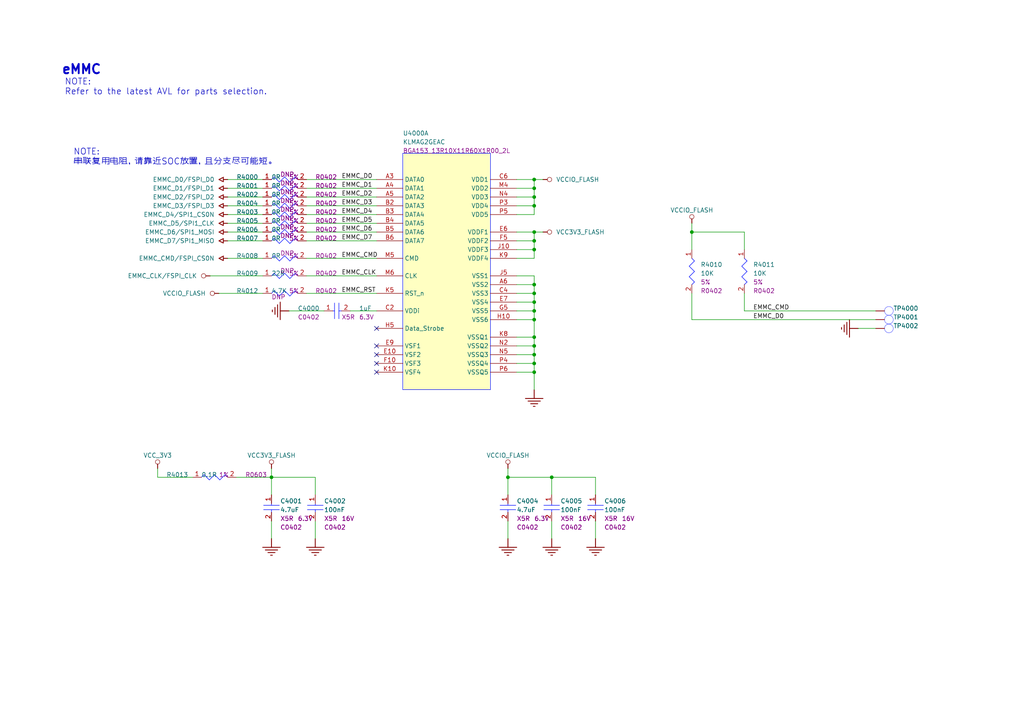
<source format=kicad_sch>
(kicad_sch (version 20250114) (generator "eeschema") (generator_version "9.0")
  (paper "A4")
  (lib_symbols
    (symbol "*:root_0_CAP NP_*" (pin_names (hide yes))
      (symbol "root_0_CAP NP_*_1_0"
        (pin passive line (at 2.54 2.54 270) (length 2.54) (name "1") (number "1"))
        (pin passive line (at 2.54 -5.08 90) (length 2.54) (name "2") (number "2"))
      )
    )
    (symbol "*:root_0_INAND_EMMC_153_*"
      (symbol "root_0_INAND_EMMC_153_*_1_0"
        (pin passive line (at -7.62 -7.62 0) (length 7.62) (name "DATA0") (number "A3"))
        (pin passive line (at -7.62 -10.16 0) (length 7.62) (name "DATA1") (number "A4"))
        (pin passive line (at -7.62 -12.7 0) (length 7.62) (name "DATA2") (number "A5"))
        (pin passive line (at -7.62 -15.24 0) (length 7.62) (name "DATA3") (number "B2"))
        (pin passive line (at -7.62 -17.78 0) (length 7.62) (name "DATA4") (number "B3"))
        (pin passive line (at -7.62 -20.32 0) (length 7.62) (name "DATA5") (number "B4"))
        (pin passive line (at -7.62 -22.86 0) (length 7.62) (name "DATA6") (number "B5"))
        (pin passive line (at -7.62 -25.4 0) (length 7.62) (name "DATA7") (number "B6"))
        (pin passive line (at -7.62 -30.48 0) (length 7.62) (name "CMD") (number "M5"))
        (pin passive line (at -7.62 -35.56 0) (length 7.62) (name "CLK") (number "M6"))
        (pin passive line (at -7.62 -40.64 0) (length 7.62) (name "RST_n") (number "K5"))
        (pin passive line (at -7.62 -45.72 0) (length 7.62) (name "VDDi") (number "C2"))
        (pin passive line (at -7.62 -50.8 0) (length 7.62) (name "Data_Strobe") (number "H5"))
        (pin passive line (at -7.62 -55.88 0) (length 7.62) (name "VSF1") (number "E9"))
        (pin passive line (at -7.62 -58.42 0) (length 7.62) (name "VSF2") (number "E10"))
        (pin passive line (at -7.62 -60.96 0) (length 7.62) (name "VSF3") (number "F10"))
        (pin passive line (at -7.62 -63.5 0) (length 7.62) (name "VSF4") (number "K10"))
        (pin passive line (at 33.02 -7.62 180) (length 7.62) (name "VDD1") (number "C6"))
        (pin passive line (at 33.02 -10.16 180) (length 7.62) (name "VDD2") (number "M4"))
        (pin passive line (at 33.02 -12.7 180) (length 7.62) (name "VDD3") (number "N4"))
        (pin passive line (at 33.02 -15.24 180) (length 7.62) (name "VDD4") (number "P3"))
        (pin passive line (at 33.02 -17.78 180) (length 7.62) (name "VDD5") (number "P5"))
        (pin passive line (at 33.02 -22.86 180) (length 7.62) (name "VDDF1") (number "E6"))
        (pin passive line (at 33.02 -25.4 180) (length 7.62) (name "VDDF2") (number "F5"))
        (pin passive line (at 33.02 -27.94 180) (length 7.62) (name "VDDF3") (number "J10"))
        (pin passive line (at 33.02 -30.48 180) (length 7.62) (name "VDDF4") (number "K9"))
        (pin passive line (at 33.02 -35.56 180) (length 7.62) (name "VSS1") (number "J5"))
        (pin passive line (at 33.02 -38.1 180) (length 7.62) (name "VSS2") (number "A6"))
        (pin passive line (at 33.02 -40.64 180) (length 7.62) (name "VSS3") (number "C4"))
        (pin passive line (at 33.02 -43.18 180) (length 7.62) (name "VSS4") (number "E7"))
        (pin passive line (at 33.02 -45.72 180) (length 7.62) (name "VSS5") (number "G5"))
        (pin passive line (at 33.02 -48.26 180) (length 7.62) (name "VSS6") (number "H10"))
        (pin passive line (at 33.02 -53.34 180) (length 7.62) (name "VSSQ1") (number "K8"))
        (pin passive line (at 33.02 -55.88 180) (length 7.62) (name "VSSQ2") (number "N2"))
        (pin passive line (at 33.02 -58.42 180) (length 7.62) (name "VSSQ3") (number "N5"))
        (pin passive line (at 33.02 -60.96 180) (length 7.62) (name "VSSQ4") (number "P4"))
        (pin passive line (at 33.02 -63.5 180) (length 7.62) (name "VSSQ5") (number "P6"))
      )
      (symbol "root_0_INAND_EMMC_153_*_2_0"
        (pin passive line (at -7.62 -5.08 0) (length 7.62) (name "NC1") (number "A1"))
        (pin passive line (at -7.62 -7.62 0) (length 7.62) (name "NC2") (number "A2"))
        (pin passive line (at -7.62 -10.16 0) (length 7.62) (name "NC8") (number "A8"))
        (pin passive line (at -7.62 -12.7 0) (length 7.62) (name "NC9") (number "A9"))
        (pin passive line (at -7.62 -15.24 0) (length 7.62) (name "NC10") (number "A10"))
        (pin passive line (at -7.62 -17.78 0) (length 7.62) (name "NC11") (number "A11"))
        (pin passive line (at -7.62 -20.32 0) (length 7.62) (name "NC12") (number "A12"))
        (pin passive line (at -7.62 -22.86 0) (length 7.62) (name "NC13") (number "A13"))
        (pin passive line (at -7.62 -25.4 0) (length 7.62) (name "NC14") (number "A14"))
        (pin passive line (at -7.62 -30.48 0) (length 7.62) (name "NC15") (number "B1"))
        (pin passive line (at -7.62 -33.02 0) (length 7.62) (name "NC21") (number "B7"))
        (pin passive line (at -7.62 -35.56 0) (length 7.62) (name "NC22") (number "B8"))
        (pin passive line (at -7.62 -38.1 0) (length 7.62) (name "NC23") (number "B9"))
        (pin passive line (at -7.62 -40.64 0) (length 7.62) (name "NC24") (number "B10"))
        (pin passive line (at -7.62 -43.18 0) (length 7.62) (name "NC25") (number "B11"))
        (pin passive line (at -7.62 -45.72 0) (length 7.62) (name "NC26") (number "B12"))
        (pin passive line (at -7.62 -48.26 0) (length 7.62) (name "NC27") (number "B13"))
        (pin passive line (at -7.62 -50.8 0) (length 7.62) (name "NC28") (number "B14"))
        (pin passive line (at -7.62 -55.88 0) (length 7.62) (name "NC29") (number "C1"))
        (pin passive line (at -7.62 -58.42 0) (length 7.62) (name "NC31") (number "C3"))
        (pin passive line (at -7.62 -60.96 0) (length 7.62) (name "NC33") (number "C5"))
        (pin passive line (at -7.62 -63.5 0) (length 7.62) (name "NC35") (number "C7"))
        (pin passive line (at -7.62 -66.04 0) (length 7.62) (name "NC36") (number "C8"))
        (pin passive line (at -7.62 -68.58 0) (length 7.62) (name "NC37") (number "C9"))
        (pin passive line (at -7.62 -71.12 0) (length 7.62) (name "NC38") (number "C10"))
        (pin passive line (at -7.62 -73.66 0) (length 7.62) (name "NC39") (number "C11"))
        (pin passive line (at -7.62 -76.2 0) (length 7.62) (name "NC40") (number "C12"))
        (pin passive line (at -7.62 -78.74 0) (length 7.62) (name "NC41") (number "C13"))
        (pin passive line (at -7.62 -81.28 0) (length 7.62) (name "NC42") (number "C14"))
        (pin passive line (at -7.62 -86.36 0) (length 7.62) (name "NC43") (number "D1"))
        (pin passive line (at -7.62 -88.9 0) (length 7.62) (name "NC44") (number "D2"))
        (pin passive line (at -7.62 -91.44 0) (length 7.62) (name "NC45") (number "D3"))
        (pin passive line (at -7.62 -93.98 0) (length 7.62) (name "NC46") (number "D4"))
        (pin passive line (at -7.62 -96.52 0) (length 7.62) (name "NC54") (number "D12"))
        (pin passive line (at -7.62 -99.06 0) (length 7.62) (name "NC55") (number "D13"))
        (pin passive line (at -7.62 -101.6 0) (length 7.62) (name "NC56") (number "D14"))
        (pin passive line (at -7.62 -106.68 0) (length 7.62) (name "NC57") (number "E1"))
        (pin passive line (at -7.62 -109.22 0) (length 7.62) (name "NC58") (number "E2"))
        (pin passive line (at -7.62 -111.76 0) (length 7.62) (name "NC59") (number "E3"))
        (pin passive line (at -7.62 -114.3 0) (length 7.62) (name "NC68") (number "E12"))
        (pin passive line (at -7.62 -116.84 0) (length 7.62) (name "NC69") (number "E13"))
        (pin passive line (at -7.62 -119.38 0) (length 7.62) (name "NC70") (number "E14"))
        (pin passive line (at -7.62 -124.46 0) (length 7.62) (name "NC71") (number "F1"))
        (pin passive line (at -7.62 -127 0) (length 7.62) (name "NC72") (number "F2"))
        (pin passive line (at -7.62 -129.54 0) (length 7.62) (name "NC73") (number "F3"))
        (pin passive line (at -7.62 -132.08 0) (length 7.62) (name "NC82") (number "F12"))
        (pin passive line (at -7.62 -134.62 0) (length 7.62) (name "NC83") (number "F13"))
        (pin passive line (at -7.62 -137.16 0) (length 7.62) (name "NC84") (number "F14"))
        (pin passive line (at -7.62 -142.24 0) (length 7.62) (name "NC85") (number "G1"))
        (pin passive line (at -7.62 -144.78 0) (length 7.62) (name "NC86") (number "G2"))
        (pin passive line (at -7.62 -147.32 0) (length 7.62) (name "NC96") (number "G12"))
        (pin passive line (at -7.62 -149.86 0) (length 7.62) (name "NC97") (number "G13"))
        (pin passive line (at -7.62 -152.4 0) (length 7.62) (name "NC98") (number "G14"))
        (pin passive line (at 12.7 7.62 270) (length 7.62) (name "RFU1") (number "A7"))
        (pin passive line (at 15.24 7.62 270) (length 7.62) (name "RFU2") (number "E5"))
        (pin passive line (at 17.78 7.62 270) (length 7.62) (name "RFU3") (number "E8"))
        (pin passive line (at 20.32 7.62 270) (length 7.62) (name "RFU4") (number "G3"))
        (pin passive line (at 22.86 7.62 270) (length 7.62) (name "RFU5") (number "G10"))
        (pin passive line (at 25.4 7.62 270) (length 7.62) (name "RFU6") (number "K6"))
        (pin passive line (at 27.94 7.62 270) (length 7.62) (name "RFU7") (number "K7"))
        (pin passive line (at 30.48 7.62 270) (length 7.62) (name "RFU8") (number "P7"))
        (pin passive line (at 33.02 7.62 270) (length 7.62) (name "RFU9") (number "P10"))
        (pin passive line (at 55.88 -2.54 180) (length 7.62) (name "NC196") (number "P14"))
        (pin passive line (at 55.88 -5.08 180) (length 7.62) (name "NC195") (number "P13"))
        (pin passive line (at 55.88 -7.62 180) (length 7.62) (name "NC194") (number "P12"))
        (pin passive line (at 55.88 -10.16 180) (length 7.62) (name "NC193") (number "P11"))
        (pin passive line (at 55.88 -12.7 180) (length 7.62) (name "NC191") (number "P9"))
        (pin passive line (at 55.88 -15.24 180) (length 7.62) (name "NC190") (number "P8"))
        (pin passive line (at 55.88 -17.78 180) (length 7.62) (name "NC184") (number "P2"))
        (pin passive line (at 55.88 -20.32 180) (length 7.62) (name "NC183") (number "P1"))
        (pin passive line (at 55.88 -25.4 180) (length 7.62) (name "NC182") (number "N14"))
        (pin passive line (at 55.88 -27.94 180) (length 7.62) (name "NC181") (number "N13"))
        (pin passive line (at 55.88 -30.48 180) (length 7.62) (name "NC180") (number "N12"))
        (pin passive line (at 55.88 -33.02 180) (length 7.62) (name "NC179") (number "N11"))
        (pin passive line (at 55.88 -35.56 180) (length 7.62) (name "NC178") (number "N10"))
        (pin passive line (at 55.88 -38.1 180) (length 7.62) (name "NC177") (number "N9"))
        (pin passive line (at 55.88 -40.64 180) (length 7.62) (name "NC176") (number "N8"))
        (pin passive line (at 55.88 -43.18 180) (length 7.62) (name "NC175") (number "N7"))
        (pin passive line (at 55.88 -45.72 180) (length 7.62) (name "NC174") (number "N6"))
        (pin passive line (at 55.88 -48.26 180) (length 7.62) (name "NC171") (number "N3"))
        (pin passive line (at 55.88 -50.8 180) (length 7.62) (name "NC169") (number "N1"))
        (pin passive line (at 55.88 -58.42 180) (length 7.62) (name "NC168") (number "M14"))
        (pin passive line (at 55.88 -60.96 180) (length 7.62) (name "NC167") (number "M13"))
        (pin passive line (at 55.88 -63.5 180) (length 7.62) (name "NC166") (number "M12"))
        (pin passive line (at 55.88 -66.04 180) (length 7.62) (name "NC165") (number "M11"))
        (pin passive line (at 55.88 -68.58 180) (length 7.62) (name "NC164") (number "M10"))
        (pin passive line (at 55.88 -71.12 180) (length 7.62) (name "NC163") (number "M9"))
        (pin passive line (at 55.88 -73.66 180) (length 7.62) (name "NC162") (number "M8"))
        (pin passive line (at 55.88 -76.2 180) (length 7.62) (name "NC161") (number "M7"))
        (pin passive line (at 55.88 -78.74 180) (length 7.62) (name "NC157") (number "M3"))
        (pin passive line (at 55.88 -81.28 180) (length 7.62) (name "NC156") (number "M2"))
        (pin passive line (at 55.88 -83.82 180) (length 7.62) (name "NC155") (number "M1"))
        (pin passive line (at 55.88 -91.44 180) (length 7.62) (name "NC154") (number "L14"))
        (pin passive line (at 55.88 -93.98 180) (length 7.62) (name "NC153") (number "L13"))
        (pin passive line (at 55.88 -96.52 180) (length 7.62) (name "NC152") (number "L12"))
        (pin passive line (at 55.88 -99.06 180) (length 7.62) (name "NC143") (number "L3"))
        (pin passive line (at 55.88 -101.6 180) (length 7.62) (name "NC142") (number "L2"))
        (pin passive line (at 55.88 -104.14 180) (length 7.62) (name "NC141") (number "L1"))
        (pin passive line (at 55.88 -109.22 180) (length 7.62) (name "NC140") (number "K14"))
        (pin passive line (at 55.88 -111.76 180) (length 7.62) (name "NC139") (number "K13"))
        (pin passive line (at 55.88 -114.3 180) (length 7.62) (name "NC138") (number "K12"))
        (pin passive line (at 55.88 -116.84 180) (length 7.62) (name "NC129") (number "K3"))
        (pin passive line (at 55.88 -119.38 180) (length 7.62) (name "NC128") (number "K2"))
        (pin passive line (at 55.88 -121.92 180) (length 7.62) (name "NC127") (number "K1"))
        (pin passive line (at 55.88 -129.54 180) (length 7.62) (name "NC126") (number "J14"))
        (pin passive line (at 55.88 -132.08 180) (length 7.62) (name "NC125") (number "J13"))
        (pin passive line (at 55.88 -134.62 180) (length 7.62) (name "NC124") (number "J12"))
        (pin passive line (at 55.88 -137.16 180) (length 7.62) (name "NC115") (number "J3"))
        (pin passive line (at 55.88 -139.7 180) (length 7.62) (name "NC114") (number "J2"))
        (pin passive line (at 55.88 -142.24 180) (length 7.62) (name "NC113") (number "J1"))
        (pin passive line (at 55.88 -147.32 180) (length 7.62) (name "NC112") (number "H14"))
        (pin passive line (at 55.88 -149.86 180) (length 7.62) (name "NC111") (number "H13"))
        (pin passive line (at 55.88 -152.4 180) (length 7.62) (name "NC110") (number "H12"))
        (pin passive line (at 55.88 -154.94 180) (length 7.62) (name "NC101") (number "H3"))
        (pin passive line (at 55.88 -157.48 180) (length 7.62) (name "NC100") (number "H2"))
        (pin passive line (at 55.88 -160.02 180) (length 7.62) (name "NC99") (number "H1"))
      )
    )
    (symbol "*:root_0_RESISTOR_Dup1_*" (pin_names (hide yes))
      (symbol "root_0_RESISTOR_Dup1_*_1_0"
        (pin passive line (at 2.54 2.54 270) (length 2.54) (name "1") (number "1"))
        (pin passive line (at 2.54 -10.16 90) (length 2.54) (name "2") (number "2"))
      )
    )
    (symbol "*:root_1_RESISTOR_Dup1_*" (pin_names (hide yes))
      (symbol "root_1_RESISTOR_Dup1_*_1_0"
        (pin passive line (at -2.54 2.54 0) (length 2.54) (name "1") (number "1"))
        (pin passive line (at 10.16 2.54 180) (length 2.54) (name "2") (number "2"))
      )
    )
    (symbol "*:root_1_mirrored_TP_*" (pin_numbers (hide yes)) (pin_names (hide yes))
      (symbol "root_1_mirrored_TP_*_1_0"
        (pin passive line (at -5.08 2.54 0) (length 2.54) (name "1") (number "1"))
      )
    )
    (symbol "*:root_3_TP_*" (pin_numbers (hide yes)) (pin_names (hide yes))
      (symbol "root_3_TP_*_1_0"
        (pin passive line (at -5.08 -2.54 0) (length 2.54) (name "1") (number "1"))
      )
    )
    (symbol "*:root_3_mirrored_CAP NP_*" (pin_names (hide yes))
      (symbol "root_3_mirrored_CAP NP_*_1_0"
        (pin passive line (at -2.54 -2.54 0) (length 2.54) (name "1") (number "1"))
        (pin passive line (at 5.08 -2.54 180) (length 2.54) (name "2") (number "2"))
      )
    )
    (symbol "RV1106G_EVB1_V11_20220401LX-altium-import:EMMC_CLK/FSPI_CLK_CIRCLE" (power)
      (property "Value" "EMMC_CLK/FSPI_CLK" (at 0 -3.81 0))
      (symbol "EMMC_CLK/FSPI_CLK_CIRCLE_0_0"
        (pin power_in line (at 0 0 0) (length 0) (hide yes) (name "EMMC_CLK/FSPI_CLK") (number ""))
      )
    )
    (symbol "RV1106G_EVB1_V11_20220401LX-altium-import:EMMC_CMD/FSPI_CS0N_ARROW" (power)
      (property "Value" "EMMC_CMD/FSPI_CS0N" (at 0 -3.81 0))
      (symbol "EMMC_CMD/FSPI_CS0N_ARROW_0_0"
        (pin power_in line (at 0 0 0) (length 0) (hide yes) (name "EMMC_CMD/FSPI_CS0N") (number ""))
      )
    )
    (symbol "RV1106G_EVB1_V11_20220401LX-altium-import:EMMC_D0/FSPI_D0_ARROW" (power)
      (property "Value" "EMMC_D0/FSPI_D0" (at 0 -3.81 0))
      (symbol "EMMC_D0/FSPI_D0_ARROW_0_0"
        (pin power_in line (at 0 0 0) (length 0) (hide yes) (name "EMMC_D0/FSPI_D0") (number ""))
      )
    )
    (symbol "RV1106G_EVB1_V11_20220401LX-altium-import:EMMC_D1/FSPI_D1_ARROW" (power)
      (property "Value" "EMMC_D1/FSPI_D1" (at 0 -3.81 0))
      (symbol "EMMC_D1/FSPI_D1_ARROW_0_0"
        (pin power_in line (at 0 0 0) (length 0) (hide yes) (name "EMMC_D1/FSPI_D1") (number ""))
      )
    )
    (symbol "RV1106G_EVB1_V11_20220401LX-altium-import:EMMC_D2/FSPI_D2_ARROW" (power)
      (property "Value" "EMMC_D2/FSPI_D2" (at 0 -3.81 0))
      (symbol "EMMC_D2/FSPI_D2_ARROW_0_0"
        (pin power_in line (at 0 0 0) (length 0) (hide yes) (name "EMMC_D2/FSPI_D2") (number ""))
      )
    )
    (symbol "RV1106G_EVB1_V11_20220401LX-altium-import:EMMC_D3/FSPI_D3_ARROW" (power)
      (property "Value" "EMMC_D3/FSPI_D3" (at 0 -3.81 0))
      (symbol "EMMC_D3/FSPI_D3_ARROW_0_0"
        (pin power_in line (at 0 0 0) (length 0) (hide yes) (name "EMMC_D3/FSPI_D3") (number ""))
      )
    )
    (symbol "RV1106G_EVB1_V11_20220401LX-altium-import:EMMC_D4/SPI1_CS0N_ARROW" (power)
      (property "Value" "EMMC_D4/SPI1_CS0N" (at 0 -3.81 0))
      (symbol "EMMC_D4/SPI1_CS0N_ARROW_0_0"
        (pin power_in line (at 0 0 0) (length 0) (hide yes) (name "EMMC_D4/SPI1_CS0N") (number ""))
      )
    )
    (symbol "RV1106G_EVB1_V11_20220401LX-altium-import:EMMC_D5/SPI1_CLK_ARROW" (power)
      (property "Value" "EMMC_D5/SPI1_CLK" (at 0 -3.81 0))
      (symbol "EMMC_D5/SPI1_CLK_ARROW_0_0"
        (pin power_in line (at 0 0 0) (length 0) (hide yes) (name "EMMC_D5/SPI1_CLK") (number ""))
      )
    )
    (symbol "RV1106G_EVB1_V11_20220401LX-altium-import:EMMC_D6/SPI1_MOSI_ARROW" (power)
      (property "Value" "EMMC_D6/SPI1_MOSI" (at 0 -3.81 0))
      (symbol "EMMC_D6/SPI1_MOSI_ARROW_0_0"
        (pin power_in line (at 0 0 0) (length 0) (hide yes) (name "EMMC_D6/SPI1_MOSI") (number ""))
      )
    )
    (symbol "RV1106G_EVB1_V11_20220401LX-altium-import:EMMC_D7/SPI1_MISO_ARROW" (power)
      (property "Value" "EMMC_D7/SPI1_MISO" (at 0 -3.81 0))
      (symbol "EMMC_D7/SPI1_MISO_ARROW_0_0"
        (pin power_in line (at 0 0 0) (length 0) (hide yes) (name "EMMC_D7/SPI1_MISO") (number ""))
      )
    )
    (symbol "RV1106G_EVB1_V11_20220401LX-altium-import:GND_POWER_GROUND" (power)
      (property "Value" "GND" (at 0 -6.35 0))
      (symbol "GND_POWER_GROUND_0_0"
        (pin power_in line (at 0 0 0) (length 0) (hide yes) (name "GND") (number ""))
      )
    )
    (symbol "RV1106G_EVB1_V11_20220401LX-altium-import:VCC3V3_FLASH_CIRCLE" (power)
      (property "Value" "VCC3V3_FLASH" (at 0 -3.81 0))
      (symbol "VCC3V3_FLASH_CIRCLE_0_0"
        (pin power_in line (at 0 0 0) (length 0) (hide yes) (name "VCC3V3_FLASH") (number ""))
      )
    )
    (symbol "RV1106G_EVB1_V11_20220401LX-altium-import:VCCIO_FLASH_CIRCLE" (power)
      (property "Value" "VCCIO_FLASH" (at 0 -3.81 0))
      (symbol "VCCIO_FLASH_CIRCLE_0_0"
        (pin power_in line (at 0 0 0) (length 0) (hide yes) (name "VCCIO_FLASH") (number ""))
      )
    )
    (symbol "RV1106G_EVB1_V11_20220401LX-altium-import:VCC_3V3_CIRCLE" (power)
      (property "Value" "VCC_3V3" (at 0 -3.81 0))
      (symbol "VCC_3V3_CIRCLE_0_0"
        (pin power_in line (at 0 0 0) (length 0) (hide yes) (name "VCC_3V3") (number ""))
      )
    )
    (symbol "root_0_CAP NP_*_1" (pin_names (hide yes))
      (symbol "root_0_CAP NP_*_1_1_0"
        (pin passive line (at 2.54 2.54 270) (length 2.54) (name "1") (number "1"))
        (pin passive line (at 2.54 -5.08 90) (length 2.54) (name "2") (number "2"))
      )
    )
    (symbol "root_0_CAP NP_*_2" (pin_names (hide yes))
      (symbol "root_0_CAP NP_*_2_1_0"
        (pin passive line (at 2.54 2.54 270) (length 2.54) (name "1") (number "1"))
        (pin passive line (at 2.54 -5.08 90) (length 2.54) (name "2") (number "2"))
      )
    )
    (symbol "root_0_CAP NP_*_3" (pin_names (hide yes))
      (symbol "root_0_CAP NP_*_3_1_0"
        (pin passive line (at 2.54 2.54 270) (length 2.54) (name "1") (number "1"))
        (pin passive line (at 2.54 -5.08 90) (length 2.54) (name "2") (number "2"))
      )
    )
    (symbol "root_1_RESISTOR_Dup1_*_1" (pin_names (hide yes))
      (symbol "root_1_RESISTOR_Dup1_*_1_1_0"
        (pin passive line (at -2.54 2.54 0) (length 2.54) (name "1") (number "1"))
        (pin passive line (at 10.16 2.54 180) (length 2.54) (name "2") (number "2"))
      )
    )
    (symbol "root_1_RESISTOR_Dup1_*_2" (pin_names (hide yes))
      (symbol "root_1_RESISTOR_Dup1_*_2_1_0"
        (pin passive line (at -2.54 2.54 0) (length 2.54) (name "1") (number "1"))
        (pin passive line (at 10.16 2.54 180) (length 2.54) (name "2") (number "2"))
      )
    )
    (symbol "root_1_RESISTOR_Dup1_*_3" (pin_names (hide yes))
      (symbol "root_1_RESISTOR_Dup1_*_3_1_0"
        (pin passive line (at -2.54 2.54 0) (length 2.54) (name "1") (number "1"))
        (pin passive line (at 10.16 2.54 180) (length 2.54) (name "2") (number "2"))
      )
    )
  )
  (text "eMMC" (at 17.78 21.844 0) (effects (font (size 2.667 2.667) (thickness 0.5334) (bold yes)) (justify left bottom)))
  (text_box "NOTE:\n串联复用电阻，请靠近SOC放置，且分支尽可能短。" (at 112.776 49.022 0) (size -92.456 -7.112) (margins 0.9525 0.9525 0.9525 0.9525) (stroke (width -0.0001) (color 0 0 0 1)) (effects (font (size 1.778 1.778)) (justify left top)))
  (text_box "NOTE:\nRefer to the latest AVL for parts selection.\n\n" (at 108.204 32.258 0) (size -90.424 -10.668) (margins 0.9525 0.9525 0.9525 0.9525) (stroke (width -0.0001) (color 0 0 0 1)) (effects (font (size 1.778 1.778)) (justify left top)))
  (junction (at 154.94 92.71))
  (junction (at 154.94 100.33))
  (junction (at 147.32 138.43))
  (junction (at 154.94 57.15))
  (junction (at 154.94 52.07))
  (junction (at 160.02 138.43))
  (junction (at 154.94 69.85))
  (junction (at 154.94 97.79))
  (junction (at 78.74 138.43))
  (junction (at 154.94 105.41))
  (junction (at 200.66 67.31))
  (junction (at 154.94 102.87))
  (junction (at 154.94 72.39))
  (junction (at 154.94 67.31))
  (junction (at 154.94 107.95))
  (junction (at 154.94 82.55))
  (junction (at 154.94 54.61))
  (junction (at 154.94 85.09))
  (junction (at 154.94 90.17))
  (junction (at 154.94 59.69))
  (junction (at 154.94 87.63))
  (no_connect (at 109.22 95.25))
  (no_connect (at 109.22 102.87))
  (no_connect (at 109.22 105.41))
  (no_connect (at 109.22 107.95))
  (no_connect (at 109.22 100.33))
  (wire (pts (xy 154.94 90.17) (xy 149.86 90.17)))
  (wire (pts (xy 109.22 74.93) (xy 88.9 74.93)))
  (wire (pts (xy 76.2 64.77) (xy 66.04 64.77)))
  (wire (pts (xy 154.94 87.63) (xy 154.94 85.09)))
  (wire (pts (xy 109.22 90.17) (xy 101.6 90.17)))
  (wire (pts (xy 154.94 52.07) (xy 149.86 52.07)))
  (wire (pts (xy 215.9 67.31) (xy 200.66 67.31)))
  (wire (pts (xy 154.94 67.31) (xy 154.94 69.85)))
  (wire (pts (xy 154.94 69.85) (xy 154.94 72.39)))
  (wire (pts (xy 154.94 62.23) (xy 154.94 59.69)))
  (wire (pts (xy 154.94 80.01) (xy 149.86 80.01)))
  (wire (pts (xy 154.94 87.63) (xy 149.86 87.63)))
  (wire (pts (xy 215.9 72.39) (xy 215.9 67.31)))
  (wire (pts (xy 154.94 54.61) (xy 154.94 52.07)))
  (wire (pts (xy 109.22 69.85) (xy 88.9 69.85)))
  (wire (pts (xy 76.2 74.93) (xy 66.04 74.93)))
  (wire (pts (xy 154.94 69.85) (xy 149.86 69.85)))
  (wire (pts (xy 154.94 107.95) (xy 149.86 107.95)))
  (wire (pts (xy 154.94 92.71) (xy 149.86 92.71)))
  (wire (pts (xy 76.2 59.69) (xy 66.04 59.69)))
  (wire (pts (xy 109.22 64.77) (xy 88.9 64.77)))
  (wire (pts (xy 93.98 90.17) (xy 83.82 90.17)))
  (wire (pts (xy 160.02 156.21) (xy 160.02 151.13)))
  (wire (pts (xy 160.02 143.51) (xy 160.02 138.43)))
  (wire (pts (xy 109.22 59.69) (xy 88.9 59.69)))
  (wire (pts (xy 154.94 74.93) (xy 149.86 74.93)))
  (wire (pts (xy 149.86 62.23) (xy 154.94 62.23)))
  (wire (pts (xy 254 90.17) (xy 215.9 90.17)))
  (wire (pts (xy 157.48 52.07) (xy 154.94 52.07)))
  (wire (pts (xy 147.32 143.51) (xy 147.32 138.43)))
  (wire (pts (xy 78.74 156.21) (xy 78.74 151.13)))
  (wire (pts (xy 154.94 82.55) (xy 154.94 80.01)))
  (wire (pts (xy 172.72 156.21) (xy 172.72 151.13)))
  (wire (pts (xy 154.94 85.09) (xy 149.86 85.09)))
  (wire (pts (xy 76.2 57.15) (xy 66.04 57.15)))
  (wire (pts (xy 254 92.71) (xy 200.66 92.71)))
  (wire (pts (xy 78.74 138.43) (xy 78.74 143.51)))
  (wire (pts (xy 76.2 54.61) (xy 66.04 54.61)))
  (wire (pts (xy 68.58 138.43) (xy 78.74 138.43)))
  (wire (pts (xy 109.22 67.31) (xy 88.9 67.31)))
  (wire (pts (xy 154.94 105.41) (xy 149.86 105.41)))
  (wire (pts (xy 149.86 100.33) (xy 154.94 100.33)))
  (wire (pts (xy 254 95.25) (xy 248.92 95.25)))
  (wire (pts (xy 154.94 90.17) (xy 154.94 87.63)))
  (wire (pts (xy 154.94 107.95) (xy 154.94 105.41)))
  (wire (pts (xy 154.94 59.69) (xy 154.94 57.15)))
  (wire (pts (xy 76.2 80.01) (xy 60.96 80.01)))
  (wire (pts (xy 76.2 67.31) (xy 66.04 67.31)))
  (wire (pts (xy 154.94 72.39) (xy 154.94 74.93)))
  (wire (pts (xy 109.22 80.01) (xy 88.9 80.01)))
  (wire (pts (xy 154.94 97.79) (xy 149.86 97.79)))
  (wire (pts (xy 147.32 138.43) (xy 147.32 135.89)))
  (wire (pts (xy 78.74 138.43) (xy 78.74 135.89)))
  (wire (pts (xy 154.94 59.69) (xy 149.86 59.69)))
  (wire (pts (xy 91.44 143.51) (xy 91.44 138.43)))
  (wire (pts (xy 55.88 138.43) (xy 45.72 138.43)))
  (wire (pts (xy 172.72 138.43) (xy 160.02 138.43)))
  (wire (pts (xy 76.2 69.85) (xy 66.04 69.85)))
  (wire (pts (xy 154.94 97.79) (xy 154.94 92.71)))
  (wire (pts (xy 45.72 138.43) (xy 45.72 135.89)))
  (wire (pts (xy 109.22 52.07) (xy 88.9 52.07)))
  (wire (pts (xy 154.94 92.71) (xy 154.94 90.17)))
  (wire (pts (xy 200.66 72.39) (xy 200.66 67.31)))
  (wire (pts (xy 172.72 143.51) (xy 172.72 138.43)))
  (wire (pts (xy 154.94 67.31) (xy 149.86 67.31)))
  (wire (pts (xy 76.2 85.09) (xy 63.5 85.09)))
  (wire (pts (xy 154.94 102.87) (xy 149.86 102.87)))
  (wire (pts (xy 154.94 72.39) (xy 149.86 72.39)))
  (wire (pts (xy 109.22 62.23) (xy 88.9 62.23)))
  (wire (pts (xy 215.9 90.17) (xy 215.9 85.09)))
  (wire (pts (xy 154.94 57.15) (xy 149.86 57.15)))
  (wire (pts (xy 200.66 67.31) (xy 200.66 64.77)))
  (wire (pts (xy 154.94 85.09) (xy 154.94 82.55)))
  (wire (pts (xy 154.94 113.03) (xy 154.94 107.95)))
  (wire (pts (xy 76.2 62.23) (xy 66.04 62.23)))
  (wire (pts (xy 154.94 57.15) (xy 154.94 54.61)))
  (wire (pts (xy 154.94 102.87) (xy 154.94 100.33)))
  (wire (pts (xy 154.94 54.61) (xy 149.86 54.61)))
  (wire (pts (xy 91.44 138.43) (xy 78.74 138.43)))
  (wire (pts (xy 109.22 54.61) (xy 88.9 54.61)))
  (wire (pts (xy 200.66 92.71) (xy 200.66 85.09)))
  (wire (pts (xy 157.48 67.31) (xy 154.94 67.31)))
  (wire (pts (xy 154.94 100.33) (xy 154.94 97.79)))
  (wire (pts (xy 154.94 82.55) (xy 149.86 82.55)))
  (wire (pts (xy 91.44 156.21) (xy 91.44 151.13)))
  (wire (pts (xy 76.2 52.07) (xy 66.04 52.07)))
  (wire (pts (xy 147.32 156.21) (xy 147.32 151.13)))
  (wire (pts (xy 160.02 138.43) (xy 147.32 138.43)))
  (wire (pts (xy 109.22 85.09) (xy 88.9 85.09)))
  (wire (pts (xy 109.22 57.15) (xy 88.9 57.15)))
  (wire (pts (xy 154.94 105.41) (xy 154.94 102.87)))
  (label "EMMC_D3" (at 99.06 59.69 0))
  (label "EMMC_D0" (at 99.06 52.07 0))
  (label "EMMC_RST" (at 99.06 85.09 0))
  (label "EMMC_D0" (at 218.44 92.71 0))
  (label "EMMC_D2" (at 99.06 57.15 0))
  (label "EMMC_CMD" (at 218.44 90.17 0))
  (label "EMMC_D1" (at 99.06 54.61 0))
  (label "EMMC_D4" (at 99.06 62.23 0))
  (label "EMMC_D5" (at 99.06 64.77 0))
  (label "EMMC_D6" (at 99.06 67.31 0))
  (label "EMMC_CMD" (at 99.06 74.93 0))
  (label "EMMC_CLK" (at 99.06 80.01 0))
  (label "EMMC_D7" (at 99.06 69.85 0))
  (symbol (lib_id "*:root_1_mirrored_TP_*") (at 259.08 92.71 0) (unit 1)
    (property "Reference" "TP4000" (at 259.08 90.17 0) (effects (justify left bottom)))
    (property "Value" "TP_0.5" (effects (hide yes)))
    (property "Footprint" "TEST" (effects (hide yes)))
    (property "Description" "Test Point 0.5mm" (effects (hide yes)))
    (property "PCB FOOTPRINT" "TP_0R50" (effects (hide yes)))
    (property "RK PN" "TESTPOINT_0R5" (effects (hide yes)))
    (property "PRIORITY" "A" (effects (hide yes)))
    (property "PART TYPE" "TP" (effects (hide yes)))
    (property "CREATED BY" "JJJ" (effects (hide yes)))
  )
  (symbol (lib_id "RV1106G_EVB1_V11_20220401LX-altium-import:EMMC_D7/SPI1_MISO_ARROW") (at 66.04 69.85 270) (unit 1)
    (property "Reference" "#PWR?" (effects (hide yes)))
    (property "Value" "EMMC_D7/SPI1_MISO" (at 62.23 69.85 90) (effects (justify right)))
  )
  (symbol (lib_id "*:root_1_RESISTOR_Dup1_*") (at 78.74 59.69 0) (unit 1)
    (property "Reference" "R4002" (at 68.58 57.15 0) (effects (justify left bottom)))
    (property "Value" "0R" (at 78.74 57.15 0) (effects (justify left bottom)))
    (property "Footprint" "R0402" (effects (hide yes)))
    (property "Description" "通用厚膜电阻,0R,+/-5%,R0402,1/16W." (effects (hide yes)))
    (property "PCB FOOTPRINT" "R0402" (at 91.44 57.15 0) (effects (justify left bottom)))
    (property "TOLERANCE" "5%" (at 83.82 57.15 0) (effects (justify left bottom)))
    (property "RK PN" "RC0402JR-070RL" (effects (hide yes)))
    (property "PRIORITY" "A" (effects (hide yes)))
    (property "PART TYPE" "通用厚膜电阻" (effects (hide yes)))
    (property "WATTAGE" "1/16W" (effects (hide yes)))
    (property "MANUFACTURER" "YAGEO" (effects (hide yes)))
    (property "MANUFACTURER PN" "RC0402JR-070RL" (effects (hide yes)))
    (property "CREATED BY" "YTL" (effects (hide yes)))
    (property "OPTION" "DNP" (at 81.28 56.388 0) (effects (justify left bottom)))
  )
  (symbol (lib_id "RV1106G_EVB1_V11_20220401LX-altium-import:VCCIO_FLASH_CIRCLE") (at 147.32 135.89 180) (unit 1)
    (property "Reference" "#PWR?" (effects (hide yes)))
    (property "Value" "VCCIO_FLASH" (at 147.32 132.08 0))
  )
  (symbol (lib_id "RV1106G_EVB1_V11_20220401LX-altium-import:VCCIO_FLASH_CIRCLE") (at 200.66 64.77 180) (unit 1)
    (property "Reference" "#PWR?" (effects (hide yes)))
    (property "Value" "VCCIO_FLASH" (at 200.66 60.96 0))
  )
  (symbol (lib_id "*:root_1_RESISTOR_Dup1_*") (at 78.74 64.77 0) (unit 1)
    (property "Reference" "R4003" (at 68.58 62.23 0) (effects (justify left bottom)))
    (property "Value" "0R" (at 78.74 62.23 0) (effects (justify left bottom)))
    (property "Footprint" "R0402" (effects (hide yes)))
    (property "Description" "通用厚膜电阻,0R,+/-5%,R0402,1/16W." (effects (hide yes)))
    (property "PCB FOOTPRINT" "R0402" (at 91.44 62.23 0) (effects (justify left bottom)))
    (property "TOLERANCE" "5%" (at 83.82 62.23 0) (effects (justify left bottom)))
    (property "RK PN" "RC0402JR-070RL" (effects (hide yes)))
    (property "PRIORITY" "A" (effects (hide yes)))
    (property "PART TYPE" "通用厚膜电阻" (effects (hide yes)))
    (property "WATTAGE" "1/16W" (effects (hide yes)))
    (property "MANUFACTURER" "YAGEO" (effects (hide yes)))
    (property "MANUFACTURER PN" "RC0402JR-070RL" (effects (hide yes)))
    (property "CREATED BY" "YTL" (effects (hide yes)))
    (property "OPTION" "DNP" (at 81.28 61.468 0) (effects (justify left bottom)))
  )
  (symbol (lib_id "*:root_3_mirrored_CAP NP_*") (at 96.52 87.63 0) (unit 1)
    (property "Reference" "C4000" (at 86.36 90.17 0) (effects (justify left bottom)))
    (property "Value" "1uF" (at 104.14 90.17 0) (effects (justify left bottom)))
    (property "Footprint" "C0402" (effects (hide yes)))
    (property "Description" "cap,1.00uF,+/-10%,6.3V,X5R,C0402" (effects (hide yes)))
    (property "DIELECTRIC" "X5R" (at 99.06 92.71 0) (effects (justify left bottom)))
    (property "PCB FOOTPRINT" "C0402" (at 86.36 92.71 0) (effects (justify left bottom)))
    (property "VOLTAGE" "6.3V" (at 104.14 92.71 0) (effects (justify left bottom)))
    (property "CREATED BY" "JJJ" (effects (hide yes)))
    (property "MANUFACTURER PN" "C1005X5R0J105K050BB" (effects (hide yes)))
    (property "MANUFACTURER" "TDK" (effects (hide yes)))
    (property "TOLERANCE" "10%" (effects (hide yes)))
    (property "PART TYPE" "C0402" (effects (hide yes)))
    (property "PRIORITY" "A" (effects (hide yes)))
    (property "RK PN" "C1005X5R0J105K050BB" (effects (hide yes)))
  )
  (symbol (lib_id "RV1106G_EVB1_V11_20220401LX-altium-import:EMMC_CLK/FSPI_CLK_CIRCLE") (at 60.96 80.01 270) (unit 1)
    (property "Reference" "#PWR?" (effects (hide yes)))
    (property "Value" "EMMC_CLK/FSPI_CLK" (at 57.15 80.01 90) (effects (justify right)))
  )
  (symbol (lib_id "RV1106G_EVB1_V11_20220401LX-altium-import:VCC3V3_FLASH_CIRCLE") (at 78.74 135.89 180) (unit 1)
    (property "Reference" "#PWR?" (effects (hide yes)))
    (property "Value" "VCC3V3_FLASH" (at 78.74 132.08 0))
  )
  (symbol (lib_id "*:root_3_TP_*") (at 259.08 92.71 0) (unit 1)
    (property "Reference" "TP4002" (at 259.08 95.25 0) (effects (justify left bottom)))
    (property "Value" "TP_0.5" (effects (hide yes)))
    (property "Footprint" "TEST" (effects (hide yes)))
    (property "Description" "Test Point 0.5mm" (effects (hide yes)))
    (property "PCB FOOTPRINT" "TP_0R50" (effects (hide yes)))
    (property "RK PN" "TESTPOINT_0R5" (effects (hide yes)))
    (property "PRIORITY" "A" (effects (hide yes)))
    (property "PART TYPE" "TP" (effects (hide yes)))
    (property "CREATED BY" "JJJ" (effects (hide yes)))
  )
  (symbol (lib_id "RV1106G_EVB1_V11_20220401LX-altium-import:EMMC_D3/FSPI_D3_ARROW") (at 66.04 59.69 270) (unit 1)
    (property "Reference" "#PWR?" (effects (hide yes)))
    (property "Value" "EMMC_D3/FSPI_D3" (at 62.23 59.69 90) (effects (justify right)))
  )
  (symbol (lib_id "*:root_1_RESISTOR_Dup1_*") (at 78.74 67.31 0) (unit 1)
    (property "Reference" "R4005" (at 68.58 64.77 0) (effects (justify left bottom)))
    (property "Value" "0R" (at 78.74 64.77 0) (effects (justify left bottom)))
    (property "Footprint" "R0402" (effects (hide yes)))
    (property "Description" "通用厚膜电阻,0R,+/-5%,R0402,1/16W." (effects (hide yes)))
    (property "PCB FOOTPRINT" "R0402" (at 91.44 64.77 0) (effects (justify left bottom)))
    (property "TOLERANCE" "5%" (at 83.82 64.77 0) (effects (justify left bottom)))
    (property "RK PN" "RC0402JR-070RL" (effects (hide yes)))
    (property "PRIORITY" "A" (effects (hide yes)))
    (property "PART TYPE" "通用厚膜电阻" (effects (hide yes)))
    (property "WATTAGE" "1/16W" (effects (hide yes)))
    (property "MANUFACTURER" "YAGEO" (effects (hide yes)))
    (property "MANUFACTURER PN" "RC0402JR-070RL" (effects (hide yes)))
    (property "CREATED BY" "YTL" (effects (hide yes)))
    (property "OPTION" "DNP" (at 81.28 64.008 0) (effects (justify left bottom)))
  )
  (symbol (lib_id "*:root_0_CAP NP_*") (at 76.2 146.05 0) (unit 1)
    (property "Reference" "C4001" (at 81.28 146.05 0) (effects (justify left bottom)))
    (property "Value" "4.7uF" (at 81.28 148.59 0) (effects (justify left bottom)))
    (property "Footprint" "C0402" (effects (hide yes)))
    (property "Description" "cap,4.70uF,+/-10%,6.3V,X5R,C0402" (effects (hide yes)))
    (property "DIELECTRIC" "X5R" (at 81.28 151.13 0) (effects (justify left bottom)))
    (property "PCB FOOTPRINT" "C0402" (at 81.28 153.67 0) (effects (justify left bottom)))
    (property "VOLTAGE" "6.3V" (at 86.36 151.13 0) (effects (justify left bottom)))
    (property "CREATED BY" "JJJ" (effects (hide yes)))
    (property "MANUFACTURER PN" "C1005X5R0J475K050BC" (effects (hide yes)))
    (property "MANUFACTURER" "TDK" (effects (hide yes)))
    (property "TOLERANCE" "10%" (effects (hide yes)))
    (property "PART TYPE" "C0402" (effects (hide yes)))
    (property "PRIORITY" "A" (effects (hide yes)))
    (property "RK PN" "C1005X5R0J475K050BC" (effects (hide yes)))
  )
  (symbol (lib_id "*:root_1_RESISTOR_Dup1_*") (at 78.74 72.39 0) (unit 1)
    (property "Reference" "R4007" (at 68.58 69.85 0) (effects (justify left bottom)))
    (property "Value" "0R" (at 78.74 69.85 0) (effects (justify left bottom)))
    (property "Footprint" "R0402" (effects (hide yes)))
    (property "Description" "通用厚膜电阻,0R,+/-5%,R0402,1/16W." (effects (hide yes)))
    (property "PCB FOOTPRINT" "R0402" (at 91.44 69.85 0) (effects (justify left bottom)))
    (property "TOLERANCE" "5%" (at 83.82 69.85 0) (effects (justify left bottom)))
    (property "RK PN" "RC0402JR-070RL" (effects (hide yes)))
    (property "PRIORITY" "A" (effects (hide yes)))
    (property "PART TYPE" "通用厚膜电阻" (effects (hide yes)))
    (property "WATTAGE" "1/16W" (effects (hide yes)))
    (property "MANUFACTURER" "YAGEO" (effects (hide yes)))
    (property "MANUFACTURER PN" "RC0402JR-070RL" (effects (hide yes)))
    (property "CREATED BY" "YTL" (effects (hide yes)))
    (property "OPTION" "DNP" (at 81.28 69.088 0) (effects (justify left bottom)))
  )
  (symbol (lib_id "RV1106G_EVB1_V11_20220401LX-altium-import:EMMC_D2/FSPI_D2_ARROW") (at 66.04 57.15 270) (unit 1)
    (property "Reference" "#PWR?" (effects (hide yes)))
    (property "Value" "EMMC_D2/FSPI_D2" (at 62.23 57.15 90) (effects (justify right)))
  )
  (symbol (lib_id "*:root_1_RESISTOR_Dup1_*") (at 78.74 77.47 0) (unit 1)
    (property "Reference" "R4008" (at 68.58 74.93 0) (effects (justify left bottom)))
    (property "Value" "0R" (at 78.74 74.93 0) (effects (justify left bottom)))
    (property "Footprint" "R0402" (effects (hide yes)))
    (property "Description" "通用厚膜电阻,0R,+/-5%,R0402,1/16W." (effects (hide yes)))
    (property "PCB FOOTPRINT" "R0402" (at 91.44 74.93 0) (effects (justify left bottom)))
    (property "TOLERANCE" "5%" (at 83.82 74.93 0) (effects (justify left bottom)))
    (property "OPTION" "DNP" (at 81.28 74.168 0) (effects (justify left bottom)))
    (property "CREATED BY" "YTL" (effects (hide yes)))
    (property "MANUFACTURER PN" "RC0402JR-070RL" (effects (hide yes)))
    (property "MANUFACTURER" "YAGEO" (effects (hide yes)))
    (property "WATTAGE" "1/16W" (effects (hide yes)))
    (property "PART TYPE" "通用厚膜电阻" (effects (hide yes)))
    (property "PRIORITY" "A" (effects (hide yes)))
    (property "RK PN" "RC0402JR-070RL" (effects (hide yes)))
  )
  (symbol (lib_id "RV1106G_EVB1_V11_20220401LX-altium-import:VCCIO_FLASH_CIRCLE") (at 63.5 85.09 270) (unit 1)
    (property "Reference" "#PWR?" (effects (hide yes)))
    (property "Value" "VCCIO_FLASH" (at 59.69 85.09 90) (effects (justify right)))
  )
  (symbol (lib_id "RV1106G_EVB1_V11_20220401LX-altium-import:VCC3V3_FLASH_CIRCLE") (at 157.48 67.31 90) (unit 1)
    (property "Reference" "#PWR?" (effects (hide yes)))
    (property "Value" "VCC3V3_FLASH" (at 161.29 67.31 90) (effects (justify right)))
  )
  (symbol (lib_id "*:root_1_RESISTOR_Dup1_*") (at 78.74 62.23 0) (unit 1)
    (property "Reference" "R4004" (at 68.58 59.69 0) (effects (justify left bottom)))
    (property "Value" "0R" (at 78.74 59.69 0) (effects (justify left bottom)))
    (property "Footprint" "R0402" (effects (hide yes)))
    (property "Description" "通用厚膜电阻,0R,+/-5%,R0402,1/16W." (effects (hide yes)))
    (property "PCB FOOTPRINT" "R0402" (at 91.44 59.69 0) (effects (justify left bottom)))
    (property "TOLERANCE" "5%" (at 83.82 59.69 0) (effects (justify left bottom)))
    (property "RK PN" "RC0402JR-070RL" (effects (hide yes)))
    (property "PRIORITY" "A" (effects (hide yes)))
    (property "PART TYPE" "通用厚膜电阻" (effects (hide yes)))
    (property "WATTAGE" "1/16W" (effects (hide yes)))
    (property "MANUFACTURER" "YAGEO" (effects (hide yes)))
    (property "MANUFACTURER PN" "RC0402JR-070RL" (effects (hide yes)))
    (property "CREATED BY" "YTL" (effects (hide yes)))
    (property "OPTION" "DNP" (at 81.28 58.928 0) (effects (justify left bottom)))
  )
  (symbol (lib_id "RV1106G_EVB1_V11_20220401LX-altium-import:EMMC_D1/FSPI_D1_ARROW") (at 66.04 54.61 270) (unit 1)
    (property "Reference" "#PWR?" (effects (hide yes)))
    (property "Value" "EMMC_D1/FSPI_D1" (at 62.23 54.61 90) (effects (justify right)))
  )
  (symbol (lib_id "*:root_1_RESISTOR_Dup1_*") (at 78.74 69.85 0) (unit 1)
    (property "Reference" "R4006" (at 68.58 67.31 0) (effects (justify left bottom)))
    (property "Value" "0R" (at 78.74 67.31 0) (effects (justify left bottom)))
    (property "Footprint" "R0402" (effects (hide yes)))
    (property "Description" "通用厚膜电阻,0R,+/-5%,R0402,1/16W." (effects (hide yes)))
    (property "PCB FOOTPRINT" "R0402" (at 91.44 67.31 0) (effects (justify left bottom)))
    (property "TOLERANCE" "5%" (at 83.82 67.31 0) (effects (justify left bottom)))
    (property "RK PN" "RC0402JR-070RL" (effects (hide yes)))
    (property "PRIORITY" "A" (effects (hide yes)))
    (property "PART TYPE" "通用厚膜电阻" (effects (hide yes)))
    (property "WATTAGE" "1/16W" (effects (hide yes)))
    (property "MANUFACTURER" "YAGEO" (effects (hide yes)))
    (property "MANUFACTURER PN" "RC0402JR-070RL" (effects (hide yes)))
    (property "CREATED BY" "YTL" (effects (hide yes)))
    (property "OPTION" "DNP" (at 81.28 66.548 0) (effects (justify left bottom)))
  )
  (symbol (lib_id "RV1106G_EVB1_V11_20220401LX-altium-import:EMMC_D5/SPI1_CLK_ARROW") (at 66.04 64.77 270) (unit 1)
    (property "Reference" "#PWR?" (effects (hide yes)))
    (property "Value" "EMMC_D5/SPI1_CLK" (at 62.23 64.77 90) (effects (justify right)))
  )
  (symbol (lib_name "root_1_RESISTOR_Dup1_*_1") (lib_id "*:root_1_RESISTOR_Dup1_*") (at 78.74 87.63 0) (unit 1)
    (property "Reference" "R4012" (at 68.58 85.09 0) (effects (justify left bottom)))
    (property "Value" "4.7K" (at 78.74 85.09 0) (effects (justify left bottom)))
    (property "Footprint" "R0402" (effects (hide yes)))
    (property "Description" "通用厚膜电阻,4K7,+/-5%,R0402,1/16W." (effects (hide yes)))
    (property "PCB FOOTPRINT" "R0402" (at 91.44 85.09 0) (effects (justify left bottom)))
    (property "TOLERANCE" "5%" (at 83.82 85.09 0) (effects (justify left bottom)))
    (property "CREATED BY" "YTL" (effects (hide yes)))
    (property "MANUFACTURER PN" "RC0402JR-074K7L" (effects (hide yes)))
    (property "MANUFACTURER" "YAGEO" (effects (hide yes)))
    (property "WATTAGE" "1/16W" (effects (hide yes)))
    (property "PART TYPE" "通用厚膜电阻" (effects (hide yes)))
    (property "PRIORITY" "A" (effects (hide yes)))
    (property "RK PN" "RC0402JR-074K7L" (effects (hide yes)))
    (property "OPTION" "DNP" (at 78.74 86.868 0) (effects (justify left bottom)))
  )
  (symbol (lib_id "RV1106G_EVB1_V11_20220401LX-altium-import:EMMC_CMD/FSPI_CS0N_ARROW") (at 66.04 74.93 270) (unit 1)
    (property "Reference" "#PWR?" (effects (hide yes)))
    (property "Value" "EMMC_CMD/FSPI_CS0N" (at 62.23 74.93 90) (effects (justify right)))
  )
  (symbol (lib_id "*:root_0_RESISTOR_Dup1_*") (at 213.36 74.93 0) (unit 1)
    (property "Reference" "R4011" (at 218.44 77.47 0) (effects (justify left bottom)))
    (property "Value" "10K" (at 218.44 80.01 0) (effects (justify left bottom)))
    (property "Footprint" "R0402" (effects (hide yes)))
    (property "Description" "通用厚膜电阻,10K,+/-5%,R0402,1/16W." (effects (hide yes)))
    (property "PCB FOOTPRINT" "R0402" (at 218.44 85.09 0) (effects (justify left bottom)))
    (property "TOLERANCE" "5%" (at 218.44 82.55 0) (effects (justify left bottom)))
    (property "CREATED BY" "YTL" (effects (hide yes)))
    (property "MANUFACTURER PN" "RC0402JR-0710KL" (effects (hide yes)))
    (property "MANUFACTURER" "YAGEO" (effects (hide yes)))
    (property "WATTAGE" "1/16W" (effects (hide yes)))
    (property "PART TYPE" "通用厚膜电阻" (effects (hide yes)))
    (property "PRIORITY" "A" (effects (hide yes)))
    (property "RK PN" "RC0402JR-0710KL" (effects (hide yes)))
  )
  (symbol (lib_id "RV1106G_EVB1_V11_20220401LX-altium-import:GND_POWER_GROUND") (at 154.94 113.03 0) (unit 1)
    (property "Reference" "#PWR?" (effects (hide yes)))
    (property "Value" "GND" (effects (hide yes)))
  )
  (symbol (lib_name "root_0_CAP NP_*_3") (lib_id "*:root_0_CAP NP_*") (at 170.18 146.05 0) (unit 1)
    (property "Reference" "C4006" (at 175.26 146.05 0) (effects (justify left bottom)))
    (property "Value" "100nF" (at 175.26 148.59 0) (effects (justify left bottom)))
    (property "Footprint" "C0402" (effects (hide yes)))
    (property "Description" "cap,100.00nF,+/-10%,16V,X5R,C0402" (effects (hide yes)))
    (property "DIELECTRIC" "X5R" (at 175.26 151.13 0) (effects (justify left bottom)))
    (property "PCB FOOTPRINT" "C0402" (at 175.26 153.67 0) (effects (justify left bottom)))
    (property "VOLTAGE" "16V" (at 180.34 151.13 0) (effects (justify left bottom)))
    (property "RK PN" "C1005X5R1C104K050BA" (effects (hide yes)))
    (property "PRIORITY" "A" (effects (hide yes)))
    (property "PART TYPE" "C0402" (effects (hide yes)))
    (property "TOLERANCE" "10%" (effects (hide yes)))
    (property "MANUFACTURER" "TDK" (effects (hide yes)))
    (property "MANUFACTURER PN" "C1005X5R1C104K050BA" (effects (hide yes)))
    (property "CREATED BY" "JJJ" (effects (hide yes)))
  )
  (symbol (lib_name "root_1_RESISTOR_Dup1_*_3") (lib_id "*:root_1_RESISTOR_Dup1_*") (at 58.42 140.97 0) (unit 1)
    (property "Reference" "R4013" (at 48.26 138.43 0) (effects (justify left bottom)))
    (property "Value" "0.1R" (at 58.42 138.43 0) (effects (justify left bottom)))
    (property "Footprint" "R0402" (effects (hide yes)))
    (property "Description" "厚膜低阻值电阻,0R1,+/-1%,R0603,1/10W." (effects (hide yes)))
    (property "PCB FOOTPRINT" "R0603" (at 71.12 138.43 0) (effects (justify left bottom)))
    (property "TOLERANCE" "1%" (at 63.5 138.43 0) (effects (justify left bottom)))
    (property "CREATED BY" "YTL" (effects (hide yes)))
    (property "MANUFACTURER PN" "RL0603FR-070R1L" (effects (hide yes)))
    (property "MANUFACTURER" "YAGEO" (effects (hide yes)))
    (property "WATTAGE" "1/10W" (effects (hide yes)))
    (property "PART TYPE" "厚膜低阻值电阻" (effects (hide yes)))
    (property "PRIORITY" "A" (effects (hide yes)))
    (property "RK PN" "RL0603FR-070R1L" (effects (hide yes)))
  )
  (symbol (lib_id "*:root_0_RESISTOR_Dup1_*") (at 198.12 74.93 0) (unit 1)
    (property "Reference" "R4010" (at 203.2 77.47 0) (effects (justify left bottom)))
    (property "Value" "10K" (at 203.2 80.01 0) (effects (justify left bottom)))
    (property "Footprint" "R0402" (effects (hide yes)))
    (property "Description" "通用厚膜电阻,10K,+/-5%,R0402,1/16W." (effects (hide yes)))
    (property "PCB FOOTPRINT" "R0402" (at 203.2 85.09 0) (effects (justify left bottom)))
    (property "TOLERANCE" "5%" (at 203.2 82.55 0) (effects (justify left bottom)))
    (property "CREATED BY" "YTL" (effects (hide yes)))
    (property "MANUFACTURER PN" "RC0402JR-0710KL" (effects (hide yes)))
    (property "MANUFACTURER" "YAGEO" (effects (hide yes)))
    (property "WATTAGE" "1/16W" (effects (hide yes)))
    (property "PART TYPE" "通用厚膜电阻" (effects (hide yes)))
    (property "PRIORITY" "A" (effects (hide yes)))
    (property "RK PN" "RC0402JR-0710KL" (effects (hide yes)))
  )
  (symbol (lib_id "RV1106G_EVB1_V11_20220401LX-altium-import:GND_POWER_GROUND") (at 91.44 156.21 0) (unit 1)
    (property "Reference" "#PWR?" (effects (hide yes)))
    (property "Value" "GND" (effects (hide yes)))
  )
  (symbol (lib_id "RV1106G_EVB1_V11_20220401LX-altium-import:EMMC_D4/SPI1_CS0N_ARROW") (at 66.04 62.23 270) (unit 1)
    (property "Reference" "#PWR?" (effects (hide yes)))
    (property "Value" "EMMC_D4/SPI1_CS0N" (at 62.23 62.23 90) (effects (justify right)))
  )
  (symbol (lib_id "RV1106G_EVB1_V11_20220401LX-altium-import:GND_POWER_GROUND") (at 160.02 156.21 0) (unit 1)
    (property "Reference" "#PWR?" (effects (hide yes)))
    (property "Value" "GND" (effects (hide yes)))
  )
  (symbol (lib_id "*:root_3_TP_*") (at 259.08 90.17 0) (unit 1)
    (property "Reference" "TP4001" (at 259.08 92.71 0) (effects (justify left bottom)))
    (property "Value" "TP_0.5" (effects (hide yes)))
    (property "Footprint" "TEST" (effects (hide yes)))
    (property "Description" "Test Point 0.5mm" (effects (hide yes)))
    (property "PCB FOOTPRINT" "TP_0R50" (effects (hide yes)))
    (property "RK PN" "TESTPOINT_0R5" (effects (hide yes)))
    (property "PRIORITY" "A" (effects (hide yes)))
    (property "PART TYPE" "TP" (effects (hide yes)))
    (property "CREATED BY" "JJJ" (effects (hide yes)))
  )
  (symbol (lib_id "RV1106G_EVB1_V11_20220401LX-altium-import:GND_POWER_GROUND") (at 248.92 95.25 270) (unit 1)
    (property "Reference" "#PWR?" (effects (hide yes)))
    (property "Value" "GND" (effects (hide yes)))
  )
  (symbol (lib_name "root_1_RESISTOR_Dup1_*_2") (lib_id "*:root_1_RESISTOR_Dup1_*") (at 78.74 82.55 0) (unit 1)
    (property "Reference" "R4009" (at 68.58 80.01 0) (effects (justify left bottom)))
    (property "Value" "22R" (at 78.74 80.01 0) (effects (justify left bottom)))
    (property "Footprint" "R0402" (effects (hide yes)))
    (property "Description" "通用厚膜电阻,22R,+/-5%,R0402,1/16W." (effects (hide yes)))
    (property "PCB FOOTPRINT" "R0402" (at 91.44 80.01 0) (effects (justify left bottom)))
    (property "TOLERANCE" "5%" (at 83.82 80.01 0) (effects (justify left bottom)))
    (property "OPTION" "DNP" (at 81.28 79.248 0) (effects (justify left bottom)))
    (property "CREATED BY" "YTL" (effects (hide yes)))
    (property "MANUFACTURER PN" "RC0402JR-0722RL" (effects (hide yes)))
    (property "MANUFACTURER" "YAGEO" (effects (hide yes)))
    (property "WATTAGE" "1/16W" (effects (hide yes)))
    (property "PART TYPE" "通用厚膜电阻" (effects (hide yes)))
    (property "PRIORITY" "A" (effects (hide yes)))
    (property "RK PN" "RC0402JR-0722RL" (effects (hide yes)))
  )
  (symbol (lib_id "RV1106G_EVB1_V11_20220401LX-altium-import:GND_POWER_GROUND") (at 172.72 156.21 0) (unit 1)
    (property "Reference" "#PWR?" (effects (hide yes)))
    (property "Value" "GND" (effects (hide yes)))
  )
  (symbol (lib_id "*:root_0_CAP NP_*") (at 144.78 146.05 0) (unit 1)
    (property "Reference" "C4004" (at 149.86 146.05 0) (effects (justify left bottom)))
    (property "Value" "4.7uF" (at 149.86 148.59 0) (effects (justify left bottom)))
    (property "Footprint" "C0402" (effects (hide yes)))
    (property "Description" "cap,4.70uF,+/-10%,6.3V,X5R,C0402" (effects (hide yes)))
    (property "DIELECTRIC" "X5R" (at 149.86 151.13 0) (effects (justify left bottom)))
    (property "PCB FOOTPRINT" "C0402" (at 149.86 153.67 0) (effects (justify left bottom)))
    (property "VOLTAGE" "6.3V" (at 154.94 151.13 0) (effects (justify left bottom)))
    (property "CREATED BY" "JJJ" (effects (hide yes)))
    (property "MANUFACTURER PN" "C1005X5R0J475K050BC" (effects (hide yes)))
    (property "MANUFACTURER" "TDK" (effects (hide yes)))
    (property "TOLERANCE" "10%" (effects (hide yes)))
    (property "PART TYPE" "C0402" (effects (hide yes)))
    (property "PRIORITY" "A" (effects (hide yes)))
    (property "RK PN" "C1005X5R0J475K050BC" (effects (hide yes)))
  )
  (symbol (lib_id "RV1106G_EVB1_V11_20220401LX-altium-import:GND_POWER_GROUND") (at 78.74 156.21 0) (unit 1)
    (property "Reference" "#PWR?" (effects (hide yes)))
    (property "Value" "GND" (effects (hide yes)))
  )
  (symbol (lib_id "*:root_1_RESISTOR_Dup1_*") (at 78.74 57.15 0) (unit 1)
    (property "Reference" "R4001" (at 68.58 54.61 0) (effects (justify left bottom)))
    (property "Value" "0R" (at 78.74 54.61 0) (effects (justify left bottom)))
    (property "Footprint" "R0402" (effects (hide yes)))
    (property "Description" "通用厚膜电阻,0R,+/-5%,R0402,1/16W." (effects (hide yes)))
    (property "PCB FOOTPRINT" "R0402" (at 91.44 54.61 0) (effects (justify left bottom)))
    (property "TOLERANCE" "5%" (at 83.82 54.61 0) (effects (justify left bottom)))
    (property "RK PN" "RC0402JR-070RL" (effects (hide yes)))
    (property "PRIORITY" "A" (effects (hide yes)))
    (property "PART TYPE" "通用厚膜电阻" (effects (hide yes)))
    (property "WATTAGE" "1/16W" (effects (hide yes)))
    (property "MANUFACTURER" "YAGEO" (effects (hide yes)))
    (property "MANUFACTURER PN" "RC0402JR-070RL" (effects (hide yes)))
    (property "CREATED BY" "YTL" (effects (hide yes)))
    (property "OPTION" "DNP" (at 81.28 53.848 0) (effects (justify left bottom)))
  )
  (symbol (lib_id "RV1106G_EVB1_V11_20220401LX-altium-import:EMMC_D6/SPI1_MOSI_ARROW") (at 66.04 67.31 270) (unit 1)
    (property "Reference" "#PWR?" (effects (hide yes)))
    (property "Value" "EMMC_D6/SPI1_MOSI" (at 62.23 67.31 90) (effects (justify right)))
  )
  (symbol (lib_name "root_0_CAP NP_*_2") (lib_id "*:root_0_CAP NP_*") (at 157.48 146.05 0) (unit 1)
    (property "Reference" "C4005" (at 162.56 146.05 0) (effects (justify left bottom)))
    (property "Value" "100nF" (at 162.56 148.59 0) (effects (justify left bottom)))
    (property "Footprint" "C0402" (effects (hide yes)))
    (property "Description" "cap,100.00nF,+/-10%,16V,X5R,C0402" (effects (hide yes)))
    (property "DIELECTRIC" "X5R" (at 162.56 151.13 0) (effects (justify left bottom)))
    (property "PCB FOOTPRINT" "C0402" (at 162.56 153.67 0) (effects (justify left bottom)))
    (property "VOLTAGE" "16V" (at 167.64 151.13 0) (effects (justify left bottom)))
    (property "RK PN" "C1005X5R1C104K050BA" (effects (hide yes)))
    (property "PRIORITY" "A" (effects (hide yes)))
    (property "PART TYPE" "C0402" (effects (hide yes)))
    (property "TOLERANCE" "10%" (effects (hide yes)))
    (property "MANUFACTURER" "TDK" (effects (hide yes)))
    (property "MANUFACTURER PN" "C1005X5R1C104K050BA" (effects (hide yes)))
    (property "CREATED BY" "JJJ" (effects (hide yes)))
  )
  (symbol (lib_id "*:root_0_INAND_EMMC_153_*") (at 116.84 44.45 0) (unit 1)
    (property "Reference" "U4000" (at 116.84 39.37 0) (effects (justify left bottom)))
    (property "Value" "KLMAG2GEAC" (at 116.84 41.91 0) (effects (justify left bottom)))
    (property "Footprint" "BGA153_13R10X11R60X1R00_2L" (effects (hide yes)))
    (property "Description" "EMMC_B153" (effects (hide yes)))
    (property "PCB FOOTPRINT" "BGA153_13R10X11R60X1R00_2L" (at 116.84 44.45 0) (effects (justify left bottom)))
    (property "RK PN" "EMMC_B153" (effects (hide yes)))
    (property "PRIORITY" "A" (effects (hide yes)))
    (property "PART TYPE" "NAND_FLASH" (effects (hide yes)))
    (property "CREATED BY" "JJJ" (effects (hide yes)))
  )
  (symbol (lib_id "RV1106G_EVB1_V11_20220401LX-altium-import:GND_POWER_GROUND") (at 83.82 90.17 270) (unit 1)
    (property "Reference" "#PWR?" (effects (hide yes)))
    (property "Value" "GND" (effects (hide yes)))
  )
  (symbol (lib_id "RV1106G_EVB1_V11_20220401LX-altium-import:EMMC_D0/FSPI_D0_ARROW") (at 66.04 52.07 270) (unit 1)
    (property "Reference" "#PWR?" (effects (hide yes)))
    (property "Value" "EMMC_D0/FSPI_D0" (at 62.23 52.07 90) (effects (justify right)))
  )
  (symbol (lib_id "RV1106G_EVB1_V11_20220401LX-altium-import:VCCIO_FLASH_CIRCLE") (at 157.48 52.07 90) (unit 1)
    (property "Reference" "#PWR?" (effects (hide yes)))
    (property "Value" "VCCIO_FLASH" (at 161.29 52.07 90) (effects (justify right)))
  )
  (symbol (lib_id "RV1106G_EVB1_V11_20220401LX-altium-import:VCC_3V3_CIRCLE") (at 45.72 135.89 180) (unit 1)
    (property "Reference" "#PWR?" (effects (hide yes)))
    (property "Value" "VCC_3V3" (at 45.72 132.08 0))
  )
  (symbol (lib_id "RV1106G_EVB1_V11_20220401LX-altium-import:GND_POWER_GROUND") (at 147.32 156.21 0) (unit 1)
    (property "Reference" "#PWR?" (effects (hide yes)))
    (property "Value" "GND" (effects (hide yes)))
  )
  (symbol (lib_name "root_0_CAP NP_*_1") (lib_id "*:root_0_CAP NP_*") (at 88.9 146.05 0) (unit 1)
    (property "Reference" "C4002" (at 93.98 146.05 0) (effects (justify left bottom)))
    (property "Value" "100nF" (at 93.98 148.59 0) (effects (justify left bottom)))
    (property "Footprint" "C0402" (effects (hide yes)))
    (property "Description" "cap,100.00nF,+/-10%,16V,X5R,C0402" (effects (hide yes)))
    (property "DIELECTRIC" "X5R" (at 93.98 151.13 0) (effects (justify left bottom)))
    (property "PCB FOOTPRINT" "C0402" (at 93.98 153.67 0) (effects (justify left bottom)))
    (property "VOLTAGE" "16V" (at 99.06 151.13 0) (effects (justify left bottom)))
    (property "RK PN" "C1005X5R1C104K050BA" (effects (hide yes)))
    (property "PRIORITY" "A" (effects (hide yes)))
    (property "PART TYPE" "C0402" (effects (hide yes)))
    (property "TOLERANCE" "10%" (effects (hide yes)))
    (property "MANUFACTURER" "TDK" (effects (hide yes)))
    (property "MANUFACTURER PN" "C1005X5R1C104K050BA" (effects (hide yes)))
    (property "CREATED BY" "JJJ" (effects (hide yes)))
  )
  (symbol (lib_id "*:root_1_RESISTOR_Dup1_*") (at 78.74 54.61 0) (unit 1)
    (property "Reference" "R4000" (at 68.58 52.07 0) (effects (justify left bottom)))
    (property "Value" "0R" (at 78.74 52.07 0) (effects (justify left bottom)))
    (property "Footprint" "R0402" (effects (hide yes)))
    (property "Description" "通用厚膜电阻,0R,+/-5%,R0402,1/16W." (effects (hide yes)))
    (property "PCB FOOTPRINT" "R0402" (at 91.44 52.07 0) (effects (justify left bottom)))
    (property "TOLERANCE" "5%" (at 83.82 52.07 0) (effects (justify left bottom)))
    (property "RK PN" "RC0402JR-070RL" (effects (hide yes)))
    (property "PRIORITY" "A" (effects (hide yes)))
    (property "PART TYPE" "通用厚膜电阻" (effects (hide yes)))
    (property "WATTAGE" "1/16W" (effects (hide yes)))
    (property "MANUFACTURER" "YAGEO" (effects (hide yes)))
    (property "MANUFACTURER PN" "RC0402JR-070RL" (effects (hide yes)))
    (property "CREATED BY" "YTL" (effects (hide yes)))
    (property "OPTION" "DNP" (at 81.28 51.308 0) (effects (justify left bottom)))
  )
)
</source>
